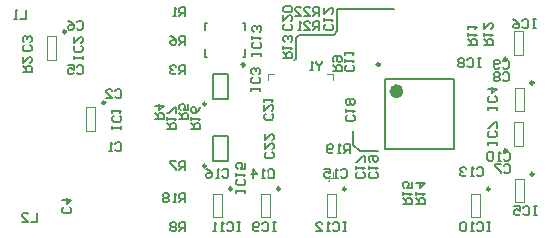
<source format=gbo>
%FSLAX44Y44*%
%MOMM*%
G71*
G01*
G75*
G04 Layer_Color=32896*
%ADD10R,0.7620X0.7620*%
%ADD11R,0.5000X0.2000*%
%ADD12R,0.7620X0.7620*%
%ADD13R,0.3000X0.3000*%
%ADD14R,1.3000X0.4500*%
%ADD15R,2.7940X0.7366*%
%ADD16R,0.6200X0.5700*%
%ADD17C,0.1500*%
%ADD18C,0.2540*%
%ADD19C,0.1524*%
%ADD20O,2.0000X1.4500*%
%ADD21O,1.8000X1.1500*%
%ADD22C,0.8000*%
%ADD23C,1.5240*%
%ADD24R,1.5240X1.5240*%
%ADD25C,1.8000*%
%ADD26R,1.8000X1.8000*%
%ADD27C,0.6100*%
%ADD28C,0.6000*%
%ADD29C,3.3000*%
%ADD30R,0.6000X0.5500*%
%ADD31R,0.9500X0.9500*%
%ADD32R,0.5500X0.6000*%
%ADD33R,0.9500X0.9500*%
%ADD34R,0.8500X0.3500*%
%ADD35R,1.5000X1.0000*%
%ADD36O,0.8000X0.3000*%
%ADD37O,0.3000X0.8000*%
%ADD38R,1.2500X0.3000*%
%ADD39O,0.3500X1.7500*%
%ADD40O,1.7500X0.3500*%
%ADD41R,0.9700X0.9600*%
%ADD42R,0.5700X0.6200*%
%ADD43R,1.4000X2.2000*%
%ADD44C,0.4000*%
%ADD45C,0.2286*%
%ADD46C,0.1778*%
%ADD47R,0.9652X0.9652*%
%ADD48R,0.7032X0.4032*%
%ADD49R,0.9652X0.9652*%
%ADD50R,0.5032X0.5032*%
%ADD51R,1.5032X0.6532*%
%ADD52R,2.8956X0.8382*%
%ADD53R,0.8232X0.7732*%
%ADD54C,0.2032*%
%ADD55O,2.2032X1.6532*%
%ADD56O,2.0032X1.3532*%
%ADD57C,1.0032*%
%ADD58C,1.7272*%
%ADD59R,1.7272X1.7272*%
%ADD60C,2.0032*%
%ADD61R,2.0032X2.0032*%
%ADD62C,0.0100*%
%ADD63R,0.8032X0.7532*%
%ADD64R,1.1532X1.1532*%
%ADD65R,0.7532X0.8032*%
%ADD66R,1.1532X1.1532*%
%ADD67R,1.0532X0.5532*%
%ADD68R,1.7032X1.2032*%
%ADD69O,1.0032X0.5032*%
%ADD70O,0.5032X1.0032*%
%ADD71R,1.4532X0.5032*%
%ADD72O,0.5532X1.9532*%
%ADD73O,1.9532X0.5532*%
%ADD74R,1.1732X1.1632*%
%ADD75R,0.7732X0.8232*%
%ADD76R,1.6032X2.4032*%
%ADD77C,3.5032*%
%ADD78C,0.2500*%
%ADD79C,0.6000*%
%ADD80C,0.1000*%
%ADD81C,0.2000*%
D46*
X1593750Y1163500D02*
Y1175250D01*
Y1163500D02*
X1599178Y1158072D01*
X1614896D01*
X1543645Y1235222D02*
X1545125Y1236701D01*
Y1254125D01*
X1620000Y1278750D02*
X1628000D01*
X1580250D02*
X1620000D01*
X1545125Y1254125D02*
X1547500Y1256500D01*
X1547750D01*
Y1256500D02*
Y1256500D01*
X1577000D01*
X1580250Y1259750D01*
Y1278750D01*
X1575348Y1265578D02*
X1576617Y1264309D01*
Y1261770D01*
X1575348Y1260500D01*
X1570270D01*
X1569000Y1261770D01*
Y1264309D01*
X1570270Y1265578D01*
X1569000Y1268118D02*
Y1270657D01*
Y1269387D01*
X1576617D01*
X1575348Y1268118D01*
X1569000Y1279544D02*
Y1274465D01*
X1574078Y1279544D01*
X1575348D01*
X1576617Y1278274D01*
Y1275735D01*
X1575348Y1274465D01*
X1565000Y1273000D02*
Y1280618D01*
X1561191D01*
X1559922Y1279348D01*
Y1276809D01*
X1561191Y1275539D01*
X1565000D01*
X1562461D02*
X1559922Y1273000D01*
X1552304D02*
X1557383D01*
X1552304Y1278078D01*
Y1279348D01*
X1553574Y1280618D01*
X1556113D01*
X1557383Y1279348D01*
X1544687Y1273000D02*
X1549765D01*
X1544687Y1278078D01*
Y1279348D01*
X1545956Y1280618D01*
X1548495D01*
X1549765Y1279348D01*
X1565000Y1260500D02*
Y1268118D01*
X1561191D01*
X1559922Y1266848D01*
Y1264309D01*
X1561191Y1263039D01*
X1565000D01*
X1562461D02*
X1559922Y1260500D01*
X1552304D02*
X1557383D01*
X1552304Y1265578D01*
Y1266848D01*
X1553574Y1268118D01*
X1556113D01*
X1557383Y1266848D01*
X1549765Y1260500D02*
X1547226D01*
X1548495D01*
Y1268118D01*
X1549765Y1266848D01*
X1583172Y1142098D02*
X1584441Y1143367D01*
X1586980D01*
X1588250Y1142098D01*
Y1137020D01*
X1586980Y1135750D01*
X1584441D01*
X1583172Y1137020D01*
X1580632Y1135750D02*
X1578093D01*
X1579363D01*
Y1143367D01*
X1580632Y1142098D01*
X1569206Y1143367D02*
X1574285D01*
Y1139559D01*
X1571745Y1140828D01*
X1570476D01*
X1569206Y1139559D01*
Y1137020D01*
X1570476Y1135750D01*
X1573015D01*
X1574285Y1137020D01*
X1698172Y1143598D02*
X1699441Y1144867D01*
X1701980D01*
X1703250Y1143598D01*
Y1138520D01*
X1701980Y1137250D01*
X1699441D01*
X1698172Y1138520D01*
X1695632Y1137250D02*
X1693093D01*
X1694363D01*
Y1144867D01*
X1695632Y1143598D01*
X1689285D02*
X1688015Y1144867D01*
X1685476D01*
X1684206Y1143598D01*
Y1142328D01*
X1685476Y1141059D01*
X1686745D01*
X1685476D01*
X1684206Y1139789D01*
Y1138520D01*
X1685476Y1137250D01*
X1688015D01*
X1689285Y1138520D01*
X1721172Y1156598D02*
X1722442Y1157868D01*
X1724981D01*
X1726250Y1156598D01*
Y1151520D01*
X1724981Y1150250D01*
X1722442D01*
X1721172Y1151520D01*
X1718633Y1150250D02*
X1716093D01*
X1717363D01*
Y1157868D01*
X1718633Y1156598D01*
X1712285D02*
X1711015Y1157868D01*
X1708476D01*
X1707206Y1156598D01*
Y1151520D01*
X1708476Y1150250D01*
X1711015D01*
X1712285Y1151520D01*
Y1156598D01*
X1720172Y1234348D02*
X1721442Y1235618D01*
X1723981D01*
X1725250Y1234348D01*
Y1229270D01*
X1723981Y1228000D01*
X1721442D01*
X1720172Y1229270D01*
X1717633D02*
X1716363Y1228000D01*
X1713824D01*
X1712554Y1229270D01*
Y1234348D01*
X1713824Y1235618D01*
X1716363D01*
X1717633Y1234348D01*
Y1233078D01*
X1716363Y1231809D01*
X1712554D01*
X1720172Y1223848D02*
X1721442Y1225118D01*
X1723981D01*
X1725250Y1223848D01*
Y1218770D01*
X1723981Y1217500D01*
X1721442D01*
X1720172Y1218770D01*
X1717633Y1223848D02*
X1716363Y1225118D01*
X1713824D01*
X1712554Y1223848D01*
Y1222578D01*
X1713824Y1221309D01*
X1712554Y1220039D01*
Y1218770D01*
X1713824Y1217500D01*
X1716363D01*
X1717633Y1218770D01*
Y1220039D01*
X1716363Y1221309D01*
X1717633Y1222578D01*
Y1223848D01*
X1716363Y1221309D02*
X1713824D01*
X1482922Y1142348D02*
X1484191Y1143617D01*
X1486730D01*
X1488000Y1142348D01*
Y1137270D01*
X1486730Y1136000D01*
X1484191D01*
X1482922Y1137270D01*
X1480383Y1136000D02*
X1477843D01*
X1479113D01*
Y1143617D01*
X1480383Y1142348D01*
X1468956Y1143617D02*
X1471495Y1142348D01*
X1474034Y1139809D01*
Y1137270D01*
X1472765Y1136000D01*
X1470226D01*
X1468956Y1137270D01*
Y1138539D01*
X1470226Y1139809D01*
X1474034D01*
X1521422Y1141598D02*
X1522691Y1142868D01*
X1525230D01*
X1526500Y1141598D01*
Y1136520D01*
X1525230Y1135250D01*
X1522691D01*
X1521422Y1136520D01*
X1518882Y1135250D02*
X1516343D01*
X1517613D01*
Y1142868D01*
X1518882Y1141598D01*
X1508726Y1135250D02*
Y1142868D01*
X1512534Y1139059D01*
X1507456D01*
X1515618Y1239000D02*
Y1241539D01*
Y1240270D01*
X1508000D01*
Y1239000D01*
Y1241539D01*
X1514348Y1250426D02*
X1515618Y1249157D01*
Y1246618D01*
X1514348Y1245348D01*
X1509270D01*
X1508000Y1246618D01*
Y1249157D01*
X1509270Y1250426D01*
X1508000Y1252965D02*
Y1255505D01*
Y1254235D01*
X1515618D01*
X1514348Y1252965D01*
Y1259313D02*
X1515618Y1260583D01*
Y1263122D01*
X1514348Y1264392D01*
X1513078D01*
X1511809Y1263122D01*
Y1261853D01*
Y1263122D01*
X1510539Y1264392D01*
X1509270D01*
X1508000Y1263122D01*
Y1260583D01*
X1509270Y1259313D01*
X1451500Y1115250D02*
Y1122868D01*
X1447691D01*
X1446422Y1121598D01*
Y1119059D01*
X1447691Y1117789D01*
X1451500D01*
X1448961D02*
X1446422Y1115250D01*
X1443882D02*
X1441343D01*
X1442613D01*
Y1122868D01*
X1443882Y1121598D01*
X1437534D02*
X1436265Y1122868D01*
X1433726D01*
X1432456Y1121598D01*
Y1120328D01*
X1433726Y1119059D01*
X1432456Y1117789D01*
Y1116520D01*
X1433726Y1115250D01*
X1436265D01*
X1437534Y1116520D01*
Y1117789D01*
X1436265Y1119059D01*
X1437534Y1120328D01*
Y1121598D01*
X1436265Y1119059D02*
X1433726D01*
X1436000Y1177000D02*
X1443618D01*
Y1180809D01*
X1442348Y1182078D01*
X1439809D01*
X1438539Y1180809D01*
Y1177000D01*
Y1179539D02*
X1436000Y1182078D01*
Y1184617D02*
Y1187157D01*
Y1185887D01*
X1443618D01*
X1442348Y1184617D01*
X1443618Y1190965D02*
Y1196044D01*
X1442348D01*
X1437270Y1190965D01*
X1436000D01*
X1456500Y1177000D02*
X1464117D01*
Y1180809D01*
X1462848Y1182078D01*
X1460309D01*
X1459039Y1180809D01*
Y1177000D01*
Y1179539D02*
X1456500Y1182078D01*
Y1184617D02*
Y1187157D01*
Y1185887D01*
X1464117D01*
X1462848Y1184617D01*
X1464117Y1196044D02*
X1462848Y1193505D01*
X1460309Y1190965D01*
X1457770D01*
X1456500Y1192235D01*
Y1194774D01*
X1457770Y1196044D01*
X1459039D01*
X1460309Y1194774D01*
Y1190965D01*
X1451500Y1090500D02*
Y1098118D01*
X1447691D01*
X1446422Y1096848D01*
Y1094309D01*
X1447691Y1093039D01*
X1451500D01*
X1448961D02*
X1446422Y1090500D01*
X1443882Y1096848D02*
X1442613Y1098118D01*
X1440074D01*
X1438804Y1096848D01*
Y1095578D01*
X1440074Y1094309D01*
X1438804Y1093039D01*
Y1091770D01*
X1440074Y1090500D01*
X1442613D01*
X1443882Y1091770D01*
Y1093039D01*
X1442613Y1094309D01*
X1443882Y1095578D01*
Y1096848D01*
X1442613Y1094309D02*
X1440074D01*
X1451500Y1142250D02*
Y1149867D01*
X1447691D01*
X1446422Y1148598D01*
Y1146059D01*
X1447691Y1144789D01*
X1451500D01*
X1448961D02*
X1446422Y1142250D01*
X1443882Y1149867D02*
X1438804D01*
Y1148598D01*
X1443882Y1143520D01*
Y1142250D01*
X1451500Y1248250D02*
Y1255867D01*
X1447691D01*
X1446422Y1254598D01*
Y1252059D01*
X1447691Y1250789D01*
X1451500D01*
X1448961D02*
X1446422Y1248250D01*
X1438804Y1255867D02*
X1441343Y1254598D01*
X1443882Y1252059D01*
Y1249520D01*
X1442613Y1248250D01*
X1440074D01*
X1438804Y1249520D01*
Y1250789D01*
X1440074Y1252059D01*
X1443882D01*
X1446250Y1185250D02*
X1453867D01*
Y1189059D01*
X1452598Y1190328D01*
X1450059D01*
X1448789Y1189059D01*
Y1185250D01*
Y1187789D02*
X1446250Y1190328D01*
X1453867Y1197946D02*
Y1192868D01*
X1450059D01*
X1451328Y1195407D01*
Y1196676D01*
X1450059Y1197946D01*
X1447520D01*
X1446250Y1196676D01*
Y1194137D01*
X1447520Y1192868D01*
X1425500Y1185250D02*
X1433118D01*
Y1189059D01*
X1431848Y1190328D01*
X1429309D01*
X1428039Y1189059D01*
Y1185250D01*
Y1187789D02*
X1425500Y1190328D01*
Y1196676D02*
X1433118D01*
X1429309Y1192868D01*
Y1197946D01*
X1451500Y1223500D02*
Y1231117D01*
X1447691D01*
X1446422Y1229848D01*
Y1227309D01*
X1447691Y1226039D01*
X1451500D01*
X1448961D02*
X1446422Y1223500D01*
X1443882Y1229848D02*
X1442613Y1231117D01*
X1440074D01*
X1438804Y1229848D01*
Y1228578D01*
X1440074Y1227309D01*
X1441343D01*
X1440074D01*
X1438804Y1226039D01*
Y1224770D01*
X1440074Y1223500D01*
X1442613D01*
X1443882Y1224770D01*
X1451500Y1272750D02*
Y1280367D01*
X1447691D01*
X1446422Y1279098D01*
Y1276559D01*
X1447691Y1275289D01*
X1451500D01*
X1448961D02*
X1446422Y1272750D01*
X1443882D02*
X1441343D01*
X1442613D01*
Y1280367D01*
X1443882Y1279098D01*
X1502117Y1123000D02*
Y1125539D01*
Y1124270D01*
X1494500D01*
Y1123000D01*
Y1125539D01*
X1500848Y1134426D02*
X1502117Y1133157D01*
Y1130618D01*
X1500848Y1129348D01*
X1495770D01*
X1494500Y1130618D01*
Y1133157D01*
X1495770Y1134426D01*
X1494500Y1136965D02*
Y1139505D01*
Y1138235D01*
X1502117D01*
X1500848Y1136965D01*
X1502117Y1148392D02*
Y1143313D01*
X1498309D01*
X1499578Y1145853D01*
Y1147122D01*
X1498309Y1148392D01*
X1495770D01*
X1494500Y1147122D01*
Y1144583D01*
X1495770Y1143313D01*
X1392172Y1164598D02*
X1393441Y1165867D01*
X1395980D01*
X1397250Y1164598D01*
Y1159520D01*
X1395980Y1158250D01*
X1393441D01*
X1392172Y1159520D01*
X1389633Y1158250D02*
X1387093D01*
X1388363D01*
Y1165867D01*
X1389633Y1164598D01*
X1392172Y1209348D02*
X1393441Y1210618D01*
X1395980D01*
X1397250Y1209348D01*
Y1204270D01*
X1395980Y1203000D01*
X1393441D01*
X1392172Y1204270D01*
X1384554Y1203000D02*
X1389633D01*
X1384554Y1208078D01*
Y1209348D01*
X1385824Y1210618D01*
X1388363D01*
X1389633Y1209348D01*
X1320098Y1248078D02*
X1321367Y1246809D01*
Y1244270D01*
X1320098Y1243000D01*
X1315020D01*
X1313750Y1244270D01*
Y1246809D01*
X1315020Y1248078D01*
X1320098Y1250618D02*
X1321367Y1251887D01*
Y1254426D01*
X1320098Y1255696D01*
X1318828D01*
X1317559Y1254426D01*
Y1253157D01*
Y1254426D01*
X1316289Y1255696D01*
X1315020D01*
X1313750Y1254426D01*
Y1251887D01*
X1315020Y1250618D01*
X1353598Y1110828D02*
X1354868Y1109559D01*
Y1107020D01*
X1353598Y1105750D01*
X1348520D01*
X1347250Y1107020D01*
Y1109559D01*
X1348520Y1110828D01*
X1347250Y1117176D02*
X1354868D01*
X1351059Y1113367D01*
Y1118446D01*
X1359672Y1229598D02*
X1360941Y1230867D01*
X1363480D01*
X1364750Y1229598D01*
Y1224520D01*
X1363480Y1223250D01*
X1360941D01*
X1359672Y1224520D01*
X1352054Y1230867D02*
X1357133D01*
Y1227059D01*
X1354593Y1228328D01*
X1353324D01*
X1352054Y1227059D01*
Y1224520D01*
X1353324Y1223250D01*
X1355863D01*
X1357133Y1224520D01*
X1593098Y1231078D02*
X1594368Y1229809D01*
Y1227270D01*
X1593098Y1226000D01*
X1588020D01*
X1586750Y1227270D01*
Y1229809D01*
X1588020Y1231078D01*
X1586750Y1233617D02*
Y1236157D01*
Y1234887D01*
X1594368D01*
X1593098Y1233617D01*
X1586750Y1239966D02*
Y1242505D01*
Y1241235D01*
X1594368D01*
X1593098Y1239966D01*
X1397117Y1177000D02*
Y1179539D01*
Y1178270D01*
X1389500D01*
Y1177000D01*
Y1179539D01*
X1395848Y1188426D02*
X1397117Y1187157D01*
Y1184617D01*
X1395848Y1183348D01*
X1390770D01*
X1389500Y1184617D01*
Y1187157D01*
X1390770Y1188426D01*
X1389500Y1190965D02*
Y1193505D01*
Y1192235D01*
X1397117D01*
X1395848Y1190965D01*
X1364617Y1236250D02*
Y1238789D01*
Y1237520D01*
X1357000D01*
Y1236250D01*
Y1238789D01*
X1363348Y1247676D02*
X1364617Y1246407D01*
Y1243867D01*
X1363348Y1242598D01*
X1358270D01*
X1357000Y1243867D01*
Y1246407D01*
X1358270Y1247676D01*
X1357000Y1255294D02*
Y1250216D01*
X1362078Y1255294D01*
X1363348D01*
X1364617Y1254024D01*
Y1251485D01*
X1363348Y1250216D01*
X1515117Y1209410D02*
Y1211949D01*
Y1210680D01*
X1507500D01*
Y1209410D01*
Y1211949D01*
X1513848Y1220836D02*
X1515117Y1219567D01*
Y1217028D01*
X1513848Y1215758D01*
X1508770D01*
X1507500Y1217028D01*
Y1219567D01*
X1508770Y1220836D01*
X1513848Y1223375D02*
X1515117Y1224645D01*
Y1227184D01*
X1513848Y1228454D01*
X1512578D01*
X1511309Y1227184D01*
Y1225915D01*
Y1227184D01*
X1510039Y1228454D01*
X1508770D01*
X1507500Y1227184D01*
Y1224645D01*
X1508770Y1223375D01*
X1749000Y1111868D02*
X1746461D01*
X1747730D01*
Y1104250D01*
X1749000D01*
X1746461D01*
X1737574Y1110598D02*
X1738843Y1111868D01*
X1741382D01*
X1742652Y1110598D01*
Y1105520D01*
X1741382Y1104250D01*
X1738843D01*
X1737574Y1105520D01*
X1729956Y1111868D02*
X1735034D01*
Y1108059D01*
X1732495Y1109328D01*
X1731226D01*
X1729956Y1108059D01*
Y1105520D01*
X1731226Y1104250D01*
X1733765D01*
X1735034Y1105520D01*
X1748250Y1270117D02*
X1745711D01*
X1746980D01*
Y1262500D01*
X1748250D01*
X1745711D01*
X1736824Y1268848D02*
X1738093Y1270117D01*
X1740632D01*
X1741902Y1268848D01*
Y1263770D01*
X1740632Y1262500D01*
X1738093D01*
X1736824Y1263770D01*
X1729206Y1270117D02*
X1731745Y1268848D01*
X1734285Y1266309D01*
Y1263770D01*
X1733015Y1262500D01*
X1730476D01*
X1729206Y1263770D01*
Y1265039D01*
X1730476Y1266309D01*
X1734285D01*
X1715117Y1163750D02*
Y1166289D01*
Y1165020D01*
X1707500D01*
Y1163750D01*
Y1166289D01*
X1713848Y1175176D02*
X1715117Y1173907D01*
Y1171367D01*
X1713848Y1170098D01*
X1708770D01*
X1707500Y1171367D01*
Y1173907D01*
X1708770Y1175176D01*
X1715117Y1177716D02*
Y1182794D01*
X1713848D01*
X1708770Y1177716D01*
X1707500D01*
X1701500Y1237117D02*
X1698961D01*
X1700230D01*
Y1229500D01*
X1701500D01*
X1698961D01*
X1690074Y1235848D02*
X1691343Y1237117D01*
X1693882D01*
X1695152Y1235848D01*
Y1230770D01*
X1693882Y1229500D01*
X1691343D01*
X1690074Y1230770D01*
X1687534Y1235848D02*
X1686265Y1237117D01*
X1683726D01*
X1682456Y1235848D01*
Y1234578D01*
X1683726Y1233309D01*
X1682456Y1232039D01*
Y1230770D01*
X1683726Y1229500D01*
X1686265D01*
X1687534Y1230770D01*
Y1232039D01*
X1686265Y1233309D01*
X1687534Y1234578D01*
Y1235848D01*
X1686265Y1233309D02*
X1683726D01*
X1528250Y1098118D02*
X1525711D01*
X1526980D01*
Y1090500D01*
X1528250D01*
X1525711D01*
X1516824Y1096848D02*
X1518093Y1098118D01*
X1520632D01*
X1521902Y1096848D01*
Y1091770D01*
X1520632Y1090500D01*
X1518093D01*
X1516824Y1091770D01*
X1514285D02*
X1513015Y1090500D01*
X1510476D01*
X1509206Y1091770D01*
Y1096848D01*
X1510476Y1098118D01*
X1513015D01*
X1514285Y1096848D01*
Y1095578D01*
X1513015Y1094309D01*
X1509206D01*
X1709750Y1098118D02*
X1707211D01*
X1708480D01*
Y1090500D01*
X1709750D01*
X1707211D01*
X1698324Y1096848D02*
X1699593Y1098118D01*
X1702133D01*
X1703402Y1096848D01*
Y1091770D01*
X1702133Y1090500D01*
X1699593D01*
X1698324Y1091770D01*
X1695784Y1090500D02*
X1693245D01*
X1694515D01*
Y1098118D01*
X1695784Y1096848D01*
X1689437D02*
X1688167Y1098118D01*
X1685628D01*
X1684358Y1096848D01*
Y1091770D01*
X1685628Y1090500D01*
X1688167D01*
X1689437Y1091770D01*
Y1096848D01*
X1498000Y1098118D02*
X1495461D01*
X1496730D01*
Y1090500D01*
X1498000D01*
X1495461D01*
X1486574Y1096848D02*
X1487843Y1098118D01*
X1490383D01*
X1491652Y1096848D01*
Y1091770D01*
X1490383Y1090500D01*
X1487843D01*
X1486574Y1091770D01*
X1484034Y1090500D02*
X1481495D01*
X1482765D01*
Y1098118D01*
X1484034Y1096848D01*
X1477687Y1090500D02*
X1475147D01*
X1476417D01*
Y1098118D01*
X1477687Y1096848D01*
X1587750Y1098118D02*
X1585211D01*
X1586480D01*
Y1090500D01*
X1587750D01*
X1585211D01*
X1576324Y1096848D02*
X1577593Y1098118D01*
X1580132D01*
X1581402Y1096848D01*
Y1091770D01*
X1580132Y1090500D01*
X1577593D01*
X1576324Y1091770D01*
X1573784Y1090500D02*
X1571245D01*
X1572515D01*
Y1098118D01*
X1573784Y1096848D01*
X1562358Y1090500D02*
X1567437D01*
X1562358Y1095578D01*
Y1096848D01*
X1563628Y1098118D01*
X1566167D01*
X1567437Y1096848D01*
X1316750Y1278118D02*
Y1270500D01*
X1311672D01*
X1309133D02*
X1306593D01*
X1307863D01*
Y1278118D01*
X1309133Y1276848D01*
X1326000Y1106117D02*
Y1098500D01*
X1320922D01*
X1313304D02*
X1318383D01*
X1313304Y1103578D01*
Y1104848D01*
X1314574Y1106117D01*
X1317113D01*
X1318383Y1104848D01*
X1313750Y1225500D02*
X1321367D01*
Y1229309D01*
X1320098Y1230578D01*
X1317559D01*
X1316289Y1229309D01*
Y1225500D01*
Y1228039D02*
X1313750Y1230578D01*
Y1238196D02*
Y1233118D01*
X1318828Y1238196D01*
X1320098D01*
X1321367Y1236926D01*
Y1234387D01*
X1320098Y1233118D01*
X1576500Y1226000D02*
X1584117D01*
Y1229809D01*
X1582848Y1231078D01*
X1580309D01*
X1579039Y1229809D01*
Y1226000D01*
Y1228539D02*
X1576500Y1231078D01*
X1577770Y1233617D02*
X1576500Y1234887D01*
Y1237426D01*
X1577770Y1238696D01*
X1582848D01*
X1584117Y1237426D01*
Y1234887D01*
X1582848Y1233617D01*
X1581578D01*
X1580309Y1234887D01*
Y1238696D01*
X1690750Y1248000D02*
X1698367D01*
Y1251809D01*
X1697098Y1253078D01*
X1694559D01*
X1693289Y1251809D01*
Y1248000D01*
Y1250539D02*
X1690750Y1253078D01*
Y1255618D02*
Y1258157D01*
Y1256887D01*
X1698367D01*
X1697098Y1255618D01*
X1690750Y1261965D02*
Y1264505D01*
Y1263235D01*
X1698367D01*
X1697098Y1261965D01*
X1704000Y1248000D02*
X1711617D01*
Y1251809D01*
X1710348Y1253078D01*
X1707809D01*
X1706539Y1251809D01*
Y1248000D01*
Y1250539D02*
X1704000Y1253078D01*
Y1255618D02*
Y1258157D01*
Y1256887D01*
X1711617D01*
X1710348Y1255618D01*
X1704000Y1267044D02*
Y1261965D01*
X1709078Y1267044D01*
X1710348D01*
X1711617Y1265774D01*
Y1263235D01*
X1710348Y1261965D01*
X1534250Y1237000D02*
X1541868D01*
Y1240809D01*
X1540598Y1242078D01*
X1538059D01*
X1536789Y1240809D01*
Y1237000D01*
Y1239539D02*
X1534250Y1242078D01*
Y1244617D02*
Y1247157D01*
Y1245887D01*
X1541868D01*
X1540598Y1244617D01*
Y1250965D02*
X1541868Y1252235D01*
Y1254774D01*
X1540598Y1256044D01*
X1539328D01*
X1538059Y1254774D01*
Y1253505D01*
Y1254774D01*
X1536789Y1256044D01*
X1535520D01*
X1534250Y1254774D01*
Y1252235D01*
X1535520Y1250965D01*
X1646500Y1113500D02*
X1654117D01*
Y1117309D01*
X1652848Y1118578D01*
X1650309D01*
X1649039Y1117309D01*
Y1113500D01*
Y1116039D02*
X1646500Y1118578D01*
Y1121117D02*
Y1123657D01*
Y1122387D01*
X1654117D01*
X1652848Y1121117D01*
X1646500Y1131274D02*
X1654117D01*
X1650309Y1127466D01*
Y1132544D01*
X1635500Y1113500D02*
X1643118D01*
Y1117309D01*
X1641848Y1118578D01*
X1639309D01*
X1638039Y1117309D01*
Y1113500D01*
Y1116039D02*
X1635500Y1118578D01*
Y1121117D02*
Y1123657D01*
Y1122387D01*
X1643118D01*
X1641848Y1121117D01*
X1643118Y1132544D02*
Y1127466D01*
X1639309D01*
X1640578Y1130005D01*
Y1131274D01*
X1639309Y1132544D01*
X1636770D01*
X1635500Y1131274D01*
Y1128735D01*
X1636770Y1127466D01*
X1567250Y1234368D02*
Y1233098D01*
X1564711Y1230559D01*
X1562172Y1233098D01*
Y1234368D01*
X1564711Y1230559D02*
Y1226750D01*
X1559633D02*
X1557093D01*
X1558363D01*
Y1234368D01*
X1559633Y1233098D01*
X1359672Y1267348D02*
X1360941Y1268617D01*
X1363480D01*
X1364750Y1267348D01*
Y1262270D01*
X1363480Y1261000D01*
X1360941D01*
X1359672Y1262270D01*
X1352054Y1268617D02*
X1354593Y1267348D01*
X1357133Y1264809D01*
Y1262270D01*
X1355863Y1261000D01*
X1353324D01*
X1352054Y1262270D01*
Y1263539D01*
X1353324Y1264809D01*
X1357133D01*
X1721172Y1145848D02*
X1722442Y1147117D01*
X1724981D01*
X1726250Y1145848D01*
Y1140770D01*
X1724981Y1139500D01*
X1722442D01*
X1721172Y1140770D01*
X1718633Y1147117D02*
X1713554D01*
Y1145848D01*
X1718633Y1140770D01*
Y1139500D01*
X1602098Y1140328D02*
X1603367Y1139059D01*
Y1136520D01*
X1602098Y1135250D01*
X1597020D01*
X1595750Y1136520D01*
Y1139059D01*
X1597020Y1140328D01*
X1595750Y1142868D02*
Y1145407D01*
Y1144137D01*
X1603367D01*
X1602098Y1142868D01*
X1603367Y1149215D02*
Y1154294D01*
X1602098D01*
X1597020Y1149215D01*
X1595750D01*
X1593598Y1188578D02*
X1594868Y1187309D01*
Y1184770D01*
X1593598Y1183500D01*
X1588520D01*
X1587250Y1184770D01*
Y1187309D01*
X1588520Y1188578D01*
X1587250Y1191117D02*
Y1193657D01*
Y1192387D01*
X1594868D01*
X1593598Y1191117D01*
Y1197466D02*
X1594868Y1198735D01*
Y1201274D01*
X1593598Y1202544D01*
X1592328D01*
X1591059Y1201274D01*
X1589789Y1202544D01*
X1588520D01*
X1587250Y1201274D01*
Y1198735D01*
X1588520Y1197466D01*
X1589789D01*
X1591059Y1198735D01*
X1592328Y1197466D01*
X1593598D01*
X1591059Y1198735D02*
Y1201274D01*
X1613098Y1140328D02*
X1614368Y1139059D01*
Y1136520D01*
X1613098Y1135250D01*
X1608020D01*
X1606750Y1136520D01*
Y1139059D01*
X1608020Y1140328D01*
X1606750Y1142868D02*
Y1145407D01*
Y1144137D01*
X1614368D01*
X1613098Y1142868D01*
X1608020Y1149215D02*
X1606750Y1150485D01*
Y1153024D01*
X1608020Y1154294D01*
X1613098D01*
X1614368Y1153024D01*
Y1150485D01*
X1613098Y1149215D01*
X1611828D01*
X1610559Y1150485D01*
Y1154294D01*
X1540848Y1265578D02*
X1542117Y1264309D01*
Y1261770D01*
X1540848Y1260500D01*
X1535770D01*
X1534500Y1261770D01*
Y1264309D01*
X1535770Y1265578D01*
X1534500Y1273196D02*
Y1268118D01*
X1539578Y1273196D01*
X1540848D01*
X1542117Y1271926D01*
Y1269387D01*
X1540848Y1268118D01*
Y1275735D02*
X1542117Y1277005D01*
Y1279544D01*
X1540848Y1280813D01*
X1535770D01*
X1534500Y1279544D01*
Y1277005D01*
X1535770Y1275735D01*
X1540848D01*
X1715117Y1193250D02*
Y1195789D01*
Y1194520D01*
X1707500D01*
Y1193250D01*
Y1195789D01*
X1713848Y1204676D02*
X1715117Y1203407D01*
Y1200867D01*
X1713848Y1199598D01*
X1708770D01*
X1707500Y1200867D01*
Y1203407D01*
X1708770Y1204676D01*
X1707500Y1211024D02*
X1715117D01*
X1711309Y1207215D01*
Y1212294D01*
X1524848Y1190078D02*
X1526118Y1188809D01*
Y1186270D01*
X1524848Y1185000D01*
X1519770D01*
X1518500Y1186270D01*
Y1188809D01*
X1519770Y1190078D01*
X1518500Y1197696D02*
Y1192617D01*
X1523578Y1197696D01*
X1524848D01*
X1526118Y1196426D01*
Y1193887D01*
X1524848Y1192617D01*
X1518500Y1200235D02*
Y1202774D01*
Y1201505D01*
X1526118D01*
X1524848Y1200235D01*
X1525098Y1157328D02*
X1526367Y1156059D01*
Y1153520D01*
X1525098Y1152250D01*
X1520020D01*
X1518750Y1153520D01*
Y1156059D01*
X1520020Y1157328D01*
X1518750Y1164946D02*
Y1159867D01*
X1523828Y1164946D01*
X1525098D01*
X1526367Y1163676D01*
Y1161137D01*
X1525098Y1159867D01*
X1518750Y1172563D02*
Y1167485D01*
X1523828Y1172563D01*
X1525098D01*
X1526367Y1171294D01*
Y1168755D01*
X1525098Y1167485D01*
X1590750Y1156500D02*
Y1164118D01*
X1586941D01*
X1585672Y1162848D01*
Y1160309D01*
X1586941Y1159039D01*
X1590750D01*
X1588211D02*
X1585672Y1156500D01*
X1583132D02*
X1580593D01*
X1581863D01*
Y1164118D01*
X1583132Y1162848D01*
X1576785Y1157770D02*
X1575515Y1156500D01*
X1572976D01*
X1571706Y1157770D01*
Y1162848D01*
X1572976Y1164118D01*
X1575515D01*
X1576785Y1162848D01*
Y1161578D01*
X1575515Y1160309D01*
X1571706D01*
D78*
X1383750Y1199500D02*
G03*
X1383750Y1199500I-1250J0D01*
G01*
X1709400Y1126230D02*
G03*
X1709400Y1126230I-1250J0D01*
G01*
X1490960Y1126370D02*
G03*
X1490960Y1126370I-1250J0D01*
G01*
X1587480Y1126230D02*
G03*
X1587480Y1126230I-1250J0D01*
G01*
X1501750Y1231500D02*
G03*
X1501750Y1231500I-1250J0D01*
G01*
X1469000Y1145750D02*
G03*
X1469000Y1145750I-1250J0D01*
G01*
X1350500Y1259500D02*
G03*
X1350500Y1259500I-1250J0D01*
G01*
X1469000Y1198250D02*
G03*
X1469000Y1198250I-1250J0D01*
G01*
X1746330Y1216213D02*
G03*
X1746330Y1216213I-1250J0D01*
G01*
Y1138930D02*
G03*
X1746330Y1138930I-1250J0D01*
G01*
X1723830Y1236030D02*
G03*
X1723830Y1236030I-1250J0D01*
G01*
Y1158747D02*
G03*
X1723830Y1158747I-1250J0D01*
G01*
X1616250Y1231750D02*
G03*
X1616250Y1231750I-1250J0D01*
G01*
X1531600Y1126370D02*
G03*
X1531600Y1126370I-1250J0D01*
G01*
D79*
X1633250Y1209000D02*
G03*
X1633250Y1209000I-3000J0D01*
G01*
D80*
X1574000Y1132750D02*
G03*
X1574000Y1132750I-750J0D01*
G01*
X1367768Y1175500D02*
Y1195500D01*
X1375388Y1175500D02*
Y1195500D01*
X1367768Y1175500D02*
X1375388D01*
X1367768Y1195500D02*
X1375388D01*
X1693418Y1102230D02*
Y1122230D01*
X1701038Y1102230D02*
Y1122230D01*
X1693418Y1102230D02*
X1701038D01*
X1693418Y1122230D02*
X1701038D01*
X1474978Y1102370D02*
Y1122370D01*
X1482598Y1102370D02*
Y1122370D01*
X1474978Y1102370D02*
X1482598D01*
X1474978Y1122370D02*
X1482598D01*
X1571498Y1102230D02*
Y1122230D01*
X1579118Y1102230D02*
Y1122230D01*
X1571498Y1102230D02*
X1579118D01*
X1571498Y1122230D02*
X1579118D01*
X1334518Y1235500D02*
Y1255500D01*
X1342138Y1235500D02*
Y1255500D01*
X1334518Y1235500D02*
X1342138D01*
X1334518Y1255500D02*
X1342138D01*
X1730348Y1192213D02*
Y1212213D01*
X1737968Y1192213D02*
Y1212213D01*
X1730348Y1192213D02*
X1737968D01*
X1730348Y1212213D02*
X1737968D01*
X1730348Y1114930D02*
Y1134930D01*
X1737968Y1114930D02*
Y1134930D01*
X1730348Y1114930D02*
X1737968D01*
X1730348Y1134930D02*
X1737968D01*
X1737312Y1240030D02*
Y1260030D01*
X1729692Y1240030D02*
Y1260030D01*
X1737312D01*
X1729692Y1240030D02*
X1737312D01*
Y1162747D02*
Y1182747D01*
X1729692Y1162747D02*
Y1182747D01*
X1737312D01*
X1729692Y1162747D02*
X1737312D01*
X1515618Y1102370D02*
Y1122370D01*
X1523238Y1102370D02*
Y1122370D01*
X1515618Y1102370D02*
X1523238D01*
X1515618Y1122370D02*
X1523238D01*
X1571000Y1135500D02*
X1576000D01*
X1576250D02*
Y1140500D01*
X1521500Y1135500D02*
X1526500D01*
X1521500D02*
Y1140500D01*
X1571250Y1223750D02*
X1576250D01*
Y1218500D02*
Y1223500D01*
X1521500Y1218750D02*
Y1223750D01*
X1526500D01*
D81*
X1468000Y1238000D02*
Y1244500D01*
Y1238000D02*
X1469500D01*
X1468000Y1260500D02*
Y1267000D01*
X1469500D01*
X1500500D02*
X1502000D01*
Y1260500D02*
Y1267000D01*
Y1238000D02*
Y1244500D01*
X1500500Y1238000D02*
X1502000D01*
X1474650Y1149750D02*
Y1170750D01*
X1487350Y1149750D02*
Y1170750D01*
X1474650Y1149750D02*
X1487350D01*
X1474650Y1170750D02*
X1487350D01*
X1474650Y1202250D02*
Y1223250D01*
X1487350Y1202250D02*
Y1223250D01*
X1474650Y1202250D02*
X1487350D01*
X1474650Y1223250D02*
X1487350D01*
X1620250Y1219000D02*
X1679250D01*
X1620250Y1160000D02*
X1679250D01*
X1620250D02*
Y1219000D01*
X1679250Y1160000D02*
Y1219000D01*
M02*

</source>
